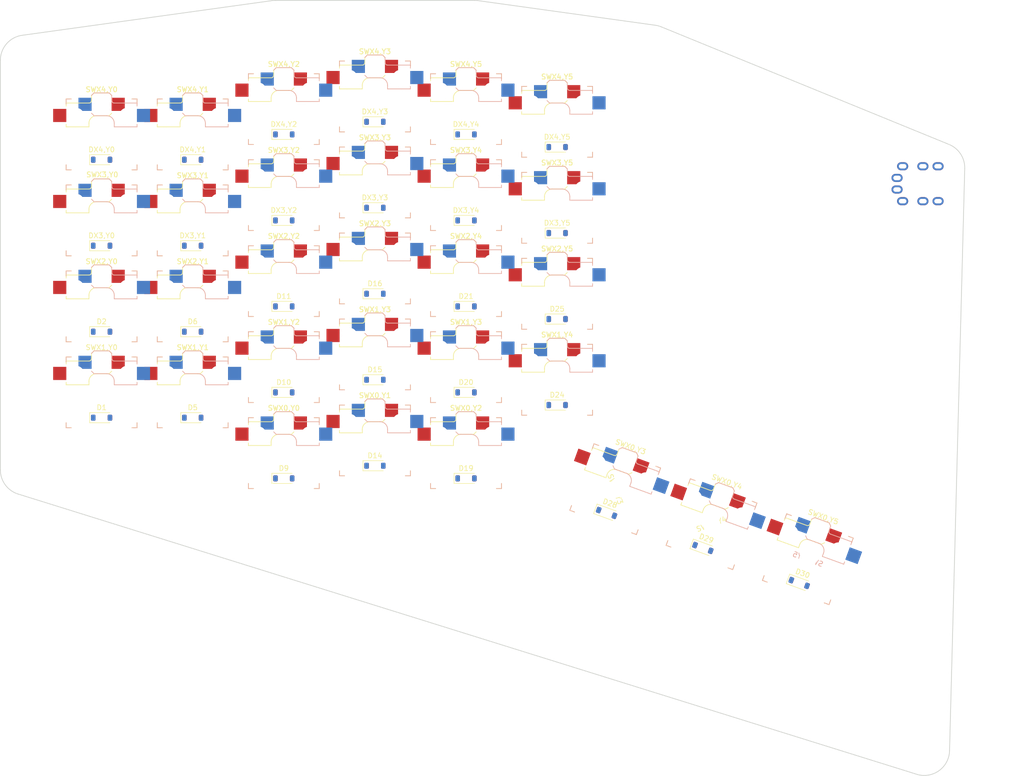
<source format=kicad_pcb>
(kicad_pcb (version 20240108) (generator "pcbnew") (generator_version "8.0")
  (layers (0 "F.Cu" signal) (31 "B.Cu" signal) (34 "B.Paste" user) (35 "F.Paste" user) (36 "B.SilkS" user "B.Silkscreen") (37 "F.SilkS" user "F.Silkscreen") (38 "B.Mask" user) (39 "F.Mask" user) (44 "Edge.Cuts" user))
  (net 0 "")
  (footprint "Custom:D_SOD-123_bothside" (layer "F.Cu") (at 135.23 98.12)
    (property "Reference" "DX3,Y2" (at 0 -2 0) (layer "F.SilkS"))
    (property "Value" "")
    (pad "1" smd roundrect (at -1.653356 0) (size 0.9 1.2) (layers "B.Cu" "B.Paste" "B.Mask"))
    (pad "1" smd roundrect (at -1.65 0) (size 0.9 1.2) (layers "F.Cu" "F.Paste" "F.Mask"))
    (pad "2" smd roundrect (at 1.649709 0) (size 0.9 1.2) (layers "B.Cu" "B.Paste" "B.Mask"))
    (pad "2" smd roundrect (at 1.65 0) (size 0.9 1.2) (layers "F.Cu" "F.Paste" "F.Mask"))
  )
  (footprint "Custom:D_SOD-123_bothside" (layer "F.Cu") (at 189.23 134.62)
    (property "Reference" "D24" (at 0 -2 0) (layer "F.SilkS"))
    (property "Value" "")
    (pad "1" smd roundrect (at -1.653356 0) (size 0.9 1.2) (layers "B.Cu" "B.Paste" "B.Mask"))
    (pad "1" smd roundrect (at -1.65 0) (size 0.9 1.2) (layers "F.Cu" "F.Paste" "F.Mask"))
    (pad "2" smd roundrect (at 1.649709 0) (size 0.9 1.2) (layers "B.Cu" "B.Paste" "B.Mask"))
    (pad "2" smd roundrect (at 1.65 0) (size 0.9 1.2) (layers "F.Cu" "F.Paste" "F.Mask"))
  )
  (footprint "keyswitches.pretty-master:Kailh_socket_PG1350_optional_reversible" (layer "F.Cu") (at 99.23 132.12)
    (property "Reference" "SWX1,Y0" (hide yes))
    (property "Value" "")
    (fp_text user "${REFERENCE}" (at 0 -8.89 -0) (layer "F.SilkS"))
    (pad "" np_thru_hole circle (at -5.5 0) (size 1.7018 1.7018) (drill 1.7018) (layers "*.Cu" "*.Mask"))
    (pad "" np_thru_hole circle (at -5 -3.75) (size 3 3) (drill 3) (layers "*.Cu" "*.Mask"))
    (pad "" np_thru_hole circle (at 0 -5.95) (size 3 3) (drill 3) (layers "*.Cu" "*.Mask"))
    (pad "" np_thru_hole circle (at 0 0) (size 3.429 3.429) (drill 3.429) (layers "*.Cu" "*.Mask"))
    (pad "" np_thru_hole circle (at 5 -3.75) (size 3 3) (drill 3) (layers "*.Cu" "*.Mask"))
    (pad "" np_thru_hole circle (at 5.5 0) (size 1.7018 1.7018) (drill 1.7018) (layers "*.Cu" "*.Mask"))
    (pad "1" smd rect (at -3.275 -5.95) (size 2.6 2.6) (layers "B.Cu" "B.Paste" "B.Mask"))
    (pad "1" smd rect (at 3.275 -5.95) (size 2.6 2.6) (layers "F.Cu" "F.Paste" "F.Mask"))
    (pad "2" smd rect (at -8.275 -3.75) (size 2.6 2.6) (layers "F.Cu" "F.Paste" "F.Mask"))
    (pad "2" smd rect (at 8.275 -3.75) (size 2.6 2.6) (layers "B.Cu" "B.Paste" "B.Mask"))
  )
  (footprint "Custom:D_SOD-123_bothside" (layer "F.Cu") (at 153.23 95.62)
    (property "Reference" "DX3,Y3" (at 0 -2 0) (layer "F.SilkS"))
    (property "Value" "")
    (pad "1" smd roundrect (at -1.653356 0) (size 0.9 1.2) (layers "B.Cu" "B.Paste" "B.Mask"))
    (pad "1" smd roundrect (at -1.65 0) (size 0.9 1.2) (layers "F.Cu" "F.Paste" "F.Mask"))
    (pad "2" smd roundrect (at 1.649709 0) (size 0.9 1.2) (layers "B.Cu" "B.Paste" "B.Mask"))
    (pad "2" smd roundrect (at 1.65 0) (size 0.9 1.2) (layers "F.Cu" "F.Paste" "F.Mask"))
  )
  (footprint "keyswitches.pretty-master:Kailh_socket_PG1350_optional_reversible" (layer "F.Cu") (at 99.23 81.12)
    (property "Reference" "SWX4,Y0" (at 0 -8.89 0) (layer "F.SilkS"))
    (property "Value" "")
    (fp_text user "${REFERENCE}" (at 0 -8.89 -0) (layer "F.SilkS"))
    (pad "" np_thru_hole circle (at -5.5 0) (size 1.7018 1.7018) (drill 1.7018) (layers "*.Cu" "*.Mask"))
    (pad "" np_thru_hole circle (at -5 -3.75) (size 3 3) (drill 3) (layers "*.Cu" "*.Mask"))
    (pad "" np_thru_hole circle (at 0 -5.95) (size 3 3) (drill 3) (layers "*.Cu" "*.Mask"))
    (pad "" np_thru_hole circle (at 0 0) (size 3.429 3.429) (drill 3.429) (layers "*.Cu" "*.Mask"))
    (pad "" np_thru_hole circle (at 5 -3.75) (size 3 3) (drill 3) (layers "*.Cu" "*.Mask"))
    (pad "" np_thru_hole circle (at 5.5 0) (size 1.7018 1.7018) (drill 1.7018) (layers "*.Cu" "*.Mask"))
    (pad "1" smd rect (at -3.275 -5.95) (size 2.6 2.6) (layers "B.Cu" "B.Paste" "B.Mask"))
    (pad "1" smd rect (at 3.275 -5.95) (size 2.6 2.6) (layers "F.Cu" "F.Paste" "F.Mask"))
    (pad "2" smd rect (at -8.275 -3.75) (size 2.6 2.6) (layers "F.Cu" "F.Paste" "F.Mask"))
    (pad "2" smd rect (at 8.275 -3.75) (size 2.6 2.6) (layers "B.Cu" "B.Paste" "B.Mask"))
  )
  (footprint "keyswitches.pretty-master:Kailh_socket_PG1350_optional_reversible" (layer "F.Cu") (at 189.23 129.62)
    (property "Reference" "SWX1,Y4" (at 0 -8.89 0) (layer "F.SilkS"))
    (property "Value" "")
    (fp_text user "${REFERENCE}" (at 0 -8.89 -0) (layer "F.SilkS"))
    (pad "" np_thru_hole circle (at -5.5 0) (size 1.7018 1.7018) (drill 1.7018) (layers "*.Cu" "*.Mask"))
    (pad "" np_thru_hole circle (at -5 -3.75) (size 3 3) (drill 3) (layers "*.Cu" "*.Mask"))
    (pad "" np_thru_hole circle (at 0 -5.95) (size 3 3) (drill 3) (layers "*.Cu" "*.Mask"))
    (pad "" np_thru_hole circle (at 0 0) (size 3.429 3.429) (drill 3.429) (layers "*.Cu" "*.Mask"))
    (pad "" np_thru_hole circle (at 5 -3.75) (size 3 3) (drill 3) (layers "*.Cu" "*.Mask"))
    (pad "" np_thru_hole circle (at 5.5 0) (size 1.7018 1.7018) (drill 1.7018) (layers "*.Cu" "*.Mask"))
    (pad "1" smd rect (at -3.275 -5.95) (size 2.6 2.6) (layers "B.Cu" "B.Paste" "B.Mask"))
    (pad "1" smd rect (at 3.275 -5.95) (size 2.6 2.6) (layers "F.Cu" "F.Paste" "F.Mask"))
    (pad "2" smd rect (at -8.275 -3.75) (size 2.6 2.6) (layers "F.Cu" "F.Paste" "F.Mask"))
    (pad "2" smd rect (at 8.275 -3.75) (size 2.6 2.6) (layers "B.Cu" "B.Paste" "B.Mask"))
  )
  (footprint "keyswitches.pretty-master:Kailh_socket_PG1350_optional_reversible" (layer "F.Cu") (at 171.23 127.12)
    (property "Reference" "SWX1,Y3" (at 0 -8.89 0) (layer "F.SilkS"))
    (property "Value" "")
    (fp_text user "${REFERENCE}" (at 0 -8.89 -0) (layer "F.SilkS"))
    (pad "" np_thru_hole circle (at -5.5 0) (size 1.7018 1.7018) (drill 1.7018) (layers "*.Cu" "*.Mask"))
    (pad "" np_thru_hole circle (at -5 -3.75) (size 3 3) (drill 3) (layers "*.Cu" "*.Mask"))
    (pad "" np_thru_hole circle (at 0 -5.95) (size 3 3) (drill 3) (layers "*.Cu" "*.Mask"))
    (pad "" np_thru_hole circle (at 0 0) (size 3.429 3.429) (drill 3.429) (layers "*.Cu" "*.Mask"))
    (pad "" np_thru_hole circle (at 5 -3.75) (size 3 3) (drill 3) (layers "*.Cu" "*.Mask"))
    (pad "" np_thru_hole circle (at 5.5 0) (size 1.7018 1.7018) (drill 1.7018) (layers "*.Cu" "*.Mask"))
    (pad "1" smd rect (at -3.275 -5.95) (size 2.6 2.6) (layers "B.Cu" "B.Paste" "B.Mask"))
    (pad "1" smd rect (at 3.275 -5.95) (size 2.6 2.6) (layers "F.Cu" "F.Paste" "F.Mask"))
    (pad "2" smd rect (at -8.275 -3.75) (size 2.6 2.6) (layers "F.Cu" "F.Paste" "F.Mask"))
    (pad "2" smd rect (at 8.275 -3.75) (size 2.6 2.6) (layers "B.Cu" "B.Paste" "B.Mask"))
  )
  (footprint "Custom:D_SOD-123_bothside" (layer "F.Cu") (at 135.23 115.12)
    (property "Reference" "D11" (at 0 -2 0) (layer "F.SilkS"))
    (property "Value" "")
    (pad "1" smd roundrect (at -1.653356 0) (size 0.9 1.2) (layers "B.Cu" "B.Paste" "B.Mask"))
    (pad "1" smd roundrect (at -1.65 0) (size 0.9 1.2) (layers "F.Cu" "F.Paste" "F.Mask"))
    (pad "2" smd roundrect (at 1.649709 0) (size 0.9 1.2) (layers "B.Cu" "B.Paste" "B.Mask"))
    (pad "2" smd roundrect (at 1.65 0) (size 0.9 1.2) (layers "F.Cu" "F.Paste" "F.Mask"))
  )
  (footprint "keyswitches.pretty-master:Kailh_socket_PG1350_optional_reversible" (layer "F.Cu") (at 200.702449 151.248184 -20)
    (property "Reference" "SWX0,Y3" (at 0 -8.89 340) (layer "F.SilkS"))
    (property "Value" "")
    (fp_text user "${REFERENCE}" (at 0 0 -70) (layer "F.SilkS"))
    (pad "" np_thru_hole circle (at -5.5 0 340) (size 1.7018 1.7018) (drill 1.7018) (layers "*.Cu" "*.Mask"))
    (pad "" np_thru_hole circle (at -5 -3.75 340) (size 3 3) (drill 3) (layers "*.Cu" "*.Mask"))
    (pad "" np_thru_hole circle (at 0 -5.95 340) (size 3 3) (drill 3) (layers "*.Cu" "*.Mask"))
    (pad "" np_thru_hole circle (at 0 0 340) (size 3.429 3.429) (drill 3.429) (layers "*.Cu" "*.Mask"))
    (pad "" np_thru_hole circle (at 5 -3.75 340) (size 3 3) (drill 3) (layers "*.Cu" "*.Mask"))
    (pad "" np_thru_hole circle (at 5.5 0 340) (size 1.7018 1.7018) (drill 1.7018) (layers "*.Cu" "*.Mask"))
    (pad "1" smd rect (at -3.275 -5.95 340) (size 2.6 2.6) (layers "B.Cu" "B.Paste" "B.Mask"))
    (pad "1" smd rect (at 3.275 -5.95 340) (size 2.6 2.6) (layers "F.Cu" "F.Paste" "F.Mask"))
    (pad "2" smd rect (at -8.275 -3.75 340) (size 2.6 2.6) (layers "F.Cu" "F.Paste" "F.Mask"))
    (pad "2" smd rect (at 8.275 -3.75 340) (size 2.6 2.6) (layers "B.Cu" "B.Paste" "B.Mask"))
  )
  (footprint "Custom:D_SOD-123_bothside" (layer "F.Cu") (at 99.23 137.12)
    (property "Reference" "D1" (at 0 -2 0) (layer "F.SilkS"))
    (property "Value" "")
    (pad "1" smd roundrect (at -1.653356 0) (size 0.9 1.2) (layers "B.Cu" "B.Paste" "B.Mask"))
    (pad "1" smd roundrect (at -1.65 0) (size 0.9 1.2) (layers "F.Cu" "F.Paste" "F.Mask"))
    (pad "2" smd roundrect (at 1.649709 0) (size 0.9 1.2) (layers "B.Cu" "B.Paste" "B.Mask"))
    (pad "2" smd roundrect (at 1.65 0) (size 0.9 1.2) (layers "F.Cu" "F.Paste" "F.Mask"))
  )
  (footprint "keyswitches.pretty-master:Kailh_socket_PG1350_optional_reversible" (layer "F.Cu") (at 117.23 98.12)
    (property "Reference" "SWX3,Y1" (at 0 -8.89 0) (layer "F.SilkS"))
    (property "Value" "")
    (fp_text user "${REFERENCE}" (at 0 -8.89 -0) (layer "F.SilkS"))
    (pad "" np_thru_hole circle (at -5.5 0) (size 1.7018 1.7018) (drill 1.7018) (layers "*.Cu" "*.Mask"))
    (pad "" np_thru_hole circle (at -5 -3.75) (size 3 3) (drill 3) (layers "*.Cu" "*.Mask"))
    (pad "" np_thru_hole circle (at 0 -5.95) (size 3 3) (drill 3) (layers "*.Cu" "*.Mask"))
    (pad "" np_thru_hole circle (at 0 0) (size 3.429 3.429) (drill 3.429) (layers "*.Cu" "*.Mask"))
    (pad "" np_thru_hole circle (at 5 -3.75) (size 3 3) (drill 3) (layers "*.Cu" "*.Mask"))
    (pad "" np_thru_hole circle (at 5.5 0) (size 1.7018 1.7018) (drill 1.7018) (layers "*.Cu" "*.Mask"))
    (pad "1" smd rect (at -3.275 -5.95) (size 2.6 2.6) (layers "B.Cu" "B.Paste" "B.Mask"))
    (pad "1" smd rect (at 3.275 -5.95) (size 2.6 2.6) (layers "F.Cu" "F.Paste" "F.Mask"))
    (pad "2" smd rect (at -8.275 -3.75) (size 2.6 2.6) (layers "F.Cu" "F.Paste" "F.Mask"))
    (pad "2" smd rect (at 8.275 -3.75) (size 2.6 2.6) (layers "B.Cu" "B.Paste" "B.Mask"))
  )
  (footprint "Custom:D_SOD-123_bothside" (layer "F.Cu") (at 135.23 81.12)
    (property "Reference" "DX4,Y2" (at 0 -2 0) (layer "F.SilkS"))
    (property "Value" "")
    (pad "1" smd roundrect (at -1.653356 0) (size 0.9 1.2) (layers "B.Cu" "B.Paste" "B.Mask"))
    (pad "1" smd roundrect (at -1.65 0) (size 0.9 1.2) (layers "F.Cu" "F.Paste" "F.Mask"))
    (pad "2" smd roundrect (at 1.649709 0) (size 0.9 1.2) (layers "B.Cu" "B.Paste" "B.Mask"))
    (pad "2" smd roundrect (at 1.65 0) (size 0.9 1.2) (layers "F.Cu" "F.Paste" "F.Mask"))
  )
  (footprint "Custom:D_SOD-123_bothside" (layer "F.Cu") (at 153.23 78.62)
    (property "Reference" "DX4,Y3" (at 0 -2 0) (layer "F.SilkS"))
    (property "Value" "")
    (pad "1" smd roundrect (at -1.653356 0) (size 0.9 1.2) (layers "B.Cu" "B.Paste" "B.Mask"))
    (pad "1" smd roundrect (at -1.65 0) (size 0.9 1.2) (layers "F.Cu" "F.Paste" "F.Mask"))
    (pad "2" smd roundrect (at 1.649709 0) (size 0.9 1.2) (layers "B.Cu" "B.Paste" "B.Mask"))
    (pad "2" smd roundrect (at 1.65 0) (size 0.9 1.2) (layers "F.Cu" "F.Paste" "F.Mask"))
  )
  (footprint "Custom:D_SOD-123_bothside" (layer "F.Cu") (at 171.23 98.12)
    (property "Reference" "DX3,Y4" (at 0 -2 0) (layer "F.SilkS"))
    (property "Value" "")
    (pad "1" smd roundrect (at -1.653356 0) (size 0.9 1.2) (layers "B.Cu" "B.Paste" "B.Mask"))
    (pad "1" smd roundrect (at -1.65 0) (size 0.9 1.2) (layers "F.Cu" "F.Paste" "F.Mask"))
    (pad "2" smd roundrect (at 1.649709 0) (size 0.9 1.2) (layers "B.Cu" "B.Paste" "B.Mask"))
    (pad "2" smd roundrect (at 1.65 0) (size 0.9 1.2) (layers "F.Cu" "F.Paste" "F.Mask"))
  )
  (footprint "Custom:D_SOD-123_bothside" (layer "F.Cu") (at 237.049899 169.798463 -20)
    (property "Reference" "D30" (at 0 -2 -20) (layer "F.SilkS"))
    (property "Value" "")
    (pad "1" smd roundrect (at -1.653356 0 340) (size 0.9 1.2) (layers "B.Cu" "B.Paste" "B.Mask"))
    (pad "1" smd roundrect (at -1.65 0 340) (size 0.9 1.2) (layers "F.Cu" "F.Paste" "F.Mask"))
    (pad "2" smd roundrect (at 1.649709 0 340) (size 0.9 1.2) (layers "B.Cu" "B.Paste" "B.Mask"))
    (pad "2" smd roundrect (at 1.65 0 340) (size 0.9 1.2) (layers "F.Cu" "F.Paste" "F.Mask"))
  )
  (footprint "Custom:D_SOD-123_bothside" (layer "F.Cu") (at 117.23 137.12)
    (property "Reference" "D5" (at 0 -2 0) (layer "F.SilkS"))
    (property "Value" "")
    (pad "1" smd roundrect (at -1.653356 0) (size 0.9 1.2) (layers "B.Cu" "B.Paste" "B.Mask"))
    (pad "1" smd roundrect (at -1.65 0) (size 0.9 1.2) (layers "F.Cu" "F.Paste" "F.Mask"))
    (pad "2" smd roundrect (at 1.649709 0) (size 0.9 1.2) (layers "B.Cu" "B.Paste" "B.Mask"))
    (pad "2" smd roundrect (at 1.65 0) (size 0.9 1.2) (layers "F.Cu" "F.Paste" "F.Mask"))
  )
  (footprint "Custom:D_SOD-123_bothside" (layer "F.Cu") (at 218.021124 162.872555 -20)
    (property "Reference" "D29" (at 0 -2 -20) (layer "F.SilkS"))
    (property "Value" "")
    (pad "1" smd roundrect (at -1.653356 0 340) (size 0.9 1.2) (layers "B.Cu" "B.Paste" "B.Mask"))
    (pad "1" smd roundrect (at -1.65 0 340) (size 0.9 1.2) (layers "F.Cu" "F.Paste" "F.Mask"))
    (pad "2" smd roundrect (at 1.649709 0 340) (size 0.9 1.2) (layers "B.Cu" "B.Paste" "B.Mask"))
    (pad "2" smd roundrect (at 1.65 0 340) (size 0.9 1.2) (layers "F.Cu" "F.Paste" "F.Mask"))
  )
  (footprint "Custom:D_SOD-123_bothside" (layer "F.Cu") (at 153.23 129.62)
    (property "Reference" "D15" (at 0 -2 0) (layer "F.SilkS"))
    (property "Value" "")
    (pad "1" smd roundrect (at -1.653356 0) (size 0.9 1.2) (layers "B.Cu" "B.Paste" "B.Mask"))
    (pad "1" smd roundrect (at -1.65 0) (size 0.9 1.2) (layers "F.Cu" "F.Paste" "F.Mask"))
    (pad "2" smd roundrect (at 1.649709 0) (size 0.9 1.2) (layers "B.Cu" "B.Paste" "B.Mask"))
    (pad "2" smd roundrect (at 1.65 0) (size 0.9 1.2) (layers "F.Cu" "F.Paste" "F.Mask"))
  )
  (footprint "Custom:D_SOD-123_bothside" (layer "F.Cu") (at 117.23 86.12)
    (property "Reference" "DX4,Y1" (at 0 -2 0) (layer "F.SilkS"))
    (property "Value" "")
    (pad "1" smd roundrect (at -1.653356 0) (size 0.9 1.2) (layers "B.Cu" "B.Paste" "B.Mask"))
    (pad "1" smd roundrect (at -1.65 0) (size 0.9 1.2) (layers "F.Cu" "F.Paste" "F.Mask"))
    (pad "2" smd roundrect (at 1.649709 0) (size 0.9 1.2) (layers "B.Cu" "B.Paste" "B.Mask"))
    (pad "2" smd roundrect (at 1.65 0) (size 0.9 1.2) (layers "F.Cu" "F.Paste" "F.Mask"))
  )
  (footprint "keyswitches.pretty-master:Kailh_socket_PG1350_optional_reversible" (layer "F.Cu") (at 135.23 93.12)
    (property "Reference" "SWX3,Y2" (at 0 -8.89 0) (layer "F.SilkS"))
    (property "Value" "")
    (fp_text user "${REFERENCE}" (at 0 -8.89 -0) (layer "F.SilkS"))
    (pad "" np_thru_hole circle (at -5.5 0) (size 1.7018 1.7018) (drill 1.7018) (layers "*.Cu" "*.Mask"))
    (pad "" np_thru_hole circle (at -5 -3.75) (size 3 3) (drill 3) (layers "*.Cu" "*.Mask"))
    (pad "" np_thru_hole circle (at 0 -5.95) (size 3 3) (drill 3) (layers "*.Cu" "*.Mask"))
    (pad "" np_thru_hole circle (at 0 0) (size 3.429 3.429) (drill 3.429) (layers "*.Cu" "*.Mask"))
    (pad "" np_thru_hole circle (at 5 -3.75) (size 3 3) (drill 3) (layers "*.Cu" "*.Mask"))
    (pad "" np_thru_hole circle (at 5.5 0) (size 1.7018 1.7018) (drill 1.7018) (layers "*.Cu" "*.Mask"))
    (pad "1" smd rect (at -3.275 -5.95) (size 2.6 2.6) (layers "B.Cu" "B.Paste" "B.Mask"))
    (pad "1" smd rect (at 3.275 -5.95) (size 2.6 2.6) (layers "F.Cu" "F.Paste" "F.Mask"))
    (pad "2" smd rect (at -8.275 -3.75) (size 2.6 2.6) (layers "F.Cu" "F.Paste" "F.Mask"))
    (pad "2" smd rect (at 8.275 -3.75) (size 2.6 2.6) (layers "B.Cu" "B.Paste" "B.Mask"))
  )
  (footprint "keyswitches.pretty-master:Kailh_socket_PG1350_optional_reversible" (layer "F.Cu") (at 153.23 73.62)
    (property "Reference" "SWX4,Y3" (at 0 -8.89 0) (layer "F.SilkS"))
    (property "Value" "")
    (fp_text user "${REFERENCE}" (at 0 -8.89 -0) (layer "F.SilkS"))
    (pad "" np_thru_hole circle (at -5.5 0) (size 1.7018 1.7018) (drill 1.7018) (layers "*.Cu" "*.Mask"))
    (pad "" np_thru_hole circle (at -5 -3.75) (size 3 3) (drill 3) (layers "*.Cu" "*.Mask"))
    (pad "" np_thru_hole circle (at 0 -5.95) (size 3 3) (drill 3) (layers "*.Cu" "*.Mask"))
    (pad "" np_thru_hole circle (at 0 0) (size 3.429 3.429) (drill 3.429) (layers "*.Cu" "*.Mask"))
    (pad "" np_thru_hole circle (at 5 -3.75) (size 3 3) (drill 3) (layers "*.Cu" "*.Mask"))
    (pad "" np_thru_hole circle (at 5.5 0) (size 1.7018 1.7018) (drill 1.7018) (layers "*.Cu" "*.Mask"))
    (pad "1" smd rect (at -3.275 -5.95) (size 2.6 2.6) (layers "B.Cu" "B.Paste" "B.Mask"))
    (pad "1" smd rect (at 3.275 -5.95) (size 2.6 2.6) (layers "F.Cu" "F.Paste" "F.Mask"))
    (pad "2" smd rect (at -8.275 -3.75) (size 2.6 2.6) (layers "F.Cu" "F.Paste" "F.Mask"))
    (pad "2" smd rect (at 8.275 -3.75) (size 2.6 2.6) (layers "B.Cu" "B.Paste" "B.Mask"))
  )
  (footprint "Custom:D_SOD-123_bothside" (layer "F.Cu") (at 171.23 115.12)
    (property "Reference" "D21" (at 0 -2 0) (layer "F.SilkS"))
    (property "Value" "")
    (pad "1" smd roundrect (at -1.653356 0) (size 0.9 1.2) (layers "B.Cu" "B.Paste" "B.Mask"))
    (pad "1" smd roundrect (at -1.65 0) (size 0.9 1.2) (layers "F.Cu" "F.Paste" "F.Mask"))
    (pad "2" smd roundrect (at 1.649709 0) (size 0.9 1.2) (layers "B.Cu" "B.Paste" "B.Mask"))
    (pad "2" smd roundrect (at 1.65 0) (size 0.9 1.2) (layers "F.Cu" "F.Paste" "F.Mask"))
  )
  (footprint "keyswitches.pretty-master:Kailh_socket_PG1350_optional_reversible" (layer "F.Cu") (at 135.23 110.12)
    (property "Reference" "SWX2,Y2" (at 0 -8.89 0) (layer "F.SilkS"))
    (property "Value" "")
    (fp_text user "${REFERENCE}" (at 0 -8.89 -0) (layer "F.SilkS"))
    (pad "" np_thru_hole circle (at -5.5 0) (size 1.7018 1.7018) (drill 1.7018) (layers "*.Cu" "*.Mask"))
    (pad "" np_thru_hole circle (at -5 -3.75) (size 3 3) (drill 3) (layers "*.Cu" "*.Mask"))
    (pad "" np_thru_hole circle (at 0 -5.95) (size 3 3) (drill 3) (layers "*.Cu" "*.Mask"))
    (pad "" np_thru_hole circle (at 0 0) (size 3.429 3.429) (drill 3.429) (layers "*.Cu" "*.Mask"))
    (pad "" np_thru_hole circle (at 5 -3.75) (size 3 3) (drill 3) (layers "*.Cu" "*.Mask"))
    (pad "" np_thru_hole circle (at 5.5 0) (size 1.7018 1.7018) (drill 1.7018) (layers "*.Cu" "*.Mask"))
    (pad "1" smd rect (at -3.275 -5.95) (size 2.6 2.6) (layers "B.Cu" "B.Paste" "B.Mask"))
    (pad "1" smd rect (at 3.275 -5.95) (size 2.6 2.6) (layers "F.Cu" "F.Paste" "F.Mask"))
    (pad "2" smd rect (at -8.275 -3.75) (size 2.6 2.6) (layers "F.Cu" "F.Paste" "F.Mask"))
    (pad "2" smd rect (at 8.275 -3.75) (size 2.6 2.6) (layers "B.Cu" "B.Paste" "B.Mask"))
  )
  (footprint "Custom:D_SOD-123_bothside" (layer "F.Cu") (at 189.23 83.62)
    (property "Reference" "DX4,Y5" (at 0 -2 0) (layer "F.SilkS"))
    (property "Value" "")
    (pad "1" smd roundrect (at -1.653356 0) (size 0.9 1.2) (layers "B.Cu" "B.Paste" "B.Mask"))
    (pad "1" smd roundrect (at -1.65 0) (size 0.9 1.2) (layers "F.Cu" "F.Paste" "F.Mask"))
    (pad "2" smd roundrect (at 1.649709 0) (size 0.9 1.2) (layers "B.Cu" "B.Paste" "B.Mask"))
    (pad "2" smd roundrect (at 1.65 0) (size 0.9 1.2) (layers "F.Cu" "F.Paste" "F.Mask"))
  )
  (footprint "keyswitches.pretty-master:Kailh_socket_PG1350_optional_reversible" (layer "F.Cu") (at 135.23 144.12)
    (property "Reference" "SWX0,Y0" (at 0 -8.89 0) (layer "F.SilkS"))
    (property "Value" "")
    (fp_text user "${REFERENCE}" (at 0 -8.89 -0) (layer "F.SilkS"))
    (pad "" np_thru_hole circle (at -5.5 0) (size 1.7018 1.7018) (drill 1.7018) (layers "*.Cu" "*.Mask"))
    (pad "" np_thru_hole circle (at -5 -3.75) (size 3 3) (drill 3) (layers "*.Cu" "*.Mask"))
    (pad "" np_thru_hole circle (at 0 -5.95) (size 3 3) (drill 3) (layers "*.Cu" "*.Mask"))
    (pad "" np_thru_hole circle (at 0 0) (size 3.429 3.429) (drill 3.429) (layers "*.Cu" "*.Mask"))
    (pad "" np_thru_hole circle (at 5 -3.75) (size 3 3) (drill 3) (layers "*.Cu" "*.Mask"))
    (pad "" np_thru_hole circle (at 5.5 0) (size 1.7018 1.7018) (drill 1.7018) (layers "*.Cu" "*.Mask"))
    (pad "1" smd rect (at -3.275 -5.95) (size 2.6 2.6) (layers "B.Cu" "B.Paste" "B.Mask"))
    (pad "1" smd rect (at 3.275 -5.95) (size 2.6 2.6) (layers "F.Cu" "F.Paste" "F.Mask"))
    (pad "2" smd rect (at -8.275 -3.75) (size 2.6 2.6) (layers "F.Cu" "F.Paste" "F.Mask"))
    (pad "2" smd rect (at 8.275 -3.75) (size 2.6 2.6) (layers "B.Cu" "B.Paste" "B.Mask"))
  )
  (footprint "Custom:D_SOD-123_bothside" (layer "F.Cu") (at 171.23 132.12)
    (property "Reference" "D20" (at 0 -2 0) (layer "F.SilkS"))
    (property "Value" "")
    (pad "1" smd roundrect (at -1.653356 0) (size 0.9 1.2) (layers "B.Cu" "B.Paste" "B.Mask"))
    (pad "1" smd roundrect (at -1.65 0) (size 0.9 1.2) (layers "F.Cu" "F.Paste" "F.Mask"))
    (pad "2" smd roundrect (at 1.649709 0) (size 0.9 1.2) (layers "B.Cu" "B.Paste" "B.Mask"))
    (pad "2" smd roundrect (at 1.65 0) (size 0.9 1.2) (layers "F.Cu" "F.Paste" "F.Mask"))
  )
  (footprint "Custom:D_SOD-123_bothside" (layer "F.Cu") (at 99.23 103.12)
    (property "Reference" "DX3,Y0" (at 0 -2 0) (layer "F.SilkS"))
    (property "Value" "")
    (pad "1" smd roundrect (at -1.653356 0) (size 0.9 1.2) (layers "B.Cu" "B.Paste" "B.Mask"))
    (pad "1" smd roundrect (at -1.65 0) (size 0.9 1.2) (layers "F.Cu" "F.Paste" "F.Mask"))
    (pad "2" smd roundrect (at 1.649709 0) (size 0.9 1.2) (layers "B.Cu" "B.Paste" "B.Mask"))
    (pad "2" smd roundrect (at 1.65 0) (size 0.9 1.2) (layers "F.Cu" "F.Paste" "F.Mask"))
  )
  (footprint "keyswitches.pretty-master:Kailh_socket_PG1350_optional_reversible" (layer "F.Cu") (at 171.23 93.12)
    (property "Reference" "SWX3,Y4" (at 0 -8.89 0) (layer "F.SilkS"))
    (property "Value" "")
    (fp_text user "${REFERENCE}" (at 0 -8.89 -0) (layer "F.SilkS"))
    (pad "" np_thru_hole circle (at -5.5 0) (size 1.7018 1.7018) (drill 1.7018) (layers "*.Cu" "*.Mask"))
    (pad "" np_thru_hole circle (at -5 -3.75) (size 3 3) (drill 3) (layers "*.Cu" "*.Mask"))
    (pad "" np_thru_hole circle (at 0 -5.95) (size 3 3) (drill 3) (layers "*.Cu" "*.Mask"))
    (pad "" np_thru_hole circle (at 0 0) (size 3.429 3.429) (drill 3.429) (layers "*.Cu" "*.Mask"))
    (pad "" np_thru_hole circle (at 5 -3.75) (size 3 3) (drill 3) (layers "*.Cu" "*.Mask"))
    (pad "" np_thru_hole circle (at 5.5 0) (size 1.7018 1.7018) (drill 1.7018) (layers "*.Cu" "*.Mask"))
    (pad "1" smd rect (at -3.275 -5.95) (size 2.6 2.6) (layers "B.Cu" "B.Paste" "B.Mask"))
    (pad "1" smd rect (at 3.275 -5.95) (size 2.6 2.6) (layers "F.Cu" "F.Paste" "F.Mask"))
    (pad "2" smd rect (at -8.275 -3.75) (size 2.6 2.6) (layers "F.Cu" "F.Paste" "F.Mask"))
    (pad "2" smd rect (at 8.275 -3.75) (size 2.6 2.6) (layers "B.Cu" "B.Paste" "B.Mask"))
  )
  (footprint "keyswitches.pretty-master:Kailh_socket_PG1350_optional_reversible" (layer "F.Cu") (at 189.23 112.62)
    (property "Reference" "SWX2,Y5" (at 0 -8.89 0) (layer "F.SilkS"))
    (property "Value" "")
    (fp_text user "${REFERENCE}" (at 0 -8.89 -0) (layer "F.SilkS"))
    (pad "" np_thru_hole circle (at -5.5 0) (size 1.7018 1.7018) (drill 1.7018) (layers "*.Cu" "*.Mask"))
    (pad "" np_thru_hole circle (at -5 -3.75) (size 3 3) (drill 3) (layers "*.Cu" "*.Mask"))
    (pad "" np_thru_hole circle (at 0 -5.95) (size 3 3) (drill 3) (layers "*.Cu" "*.Mask"))
    (pad "" np_thru_hole circle (at 0 0) (size 3.429 3.429) (drill 3.429) (layers "*.Cu" "*.Mask"))
    (pad "" np_thru_hole circle (at 5 -3.75) (size 3 3) (drill 3) (layers "*.Cu" "*.Mask"))
    (pad "" np_thru_hole circle (at 5.5 0) (size 1.7018 1.7018) (drill 1.7018) (layers "*.Cu" "*.Mask"))
    (pad "1" smd rect (at -3.275 -5.95) (size 2.6 2.6) (layers "B.Cu" "B.Paste" "B.Mask"))
    (pad "1" smd rect (at 3.275 -5.95) (size 2.6 2.6) (layers "F.Cu" "F.Paste" "F.Mask"))
    (pad "2" smd rect (at -8.275 -3.75) (size 2.6 2.6) (layers "F.Cu" "F.Paste" "F.Mask"))
    (pad "2" smd rect (at 8.275 -3.75) (size 2.6 2.6) (layers "B.Cu" "B.Paste" "B.Mask"))
  )
  (footprint "Custom:D_SOD-123_bothside" (layer "F.Cu") (at 117.23 103.12)
    (property "Reference" "DX3,Y1" (at 0 -2 0) (layer "F.SilkS"))
    (property "Value" "")
    (pad "1" smd roundrect (at -1.653356 0) (size 0.9 1.2) (layers "B.Cu" "B.Paste" "B.Mask"))
    (pad "1" smd roundrect (at -1.65 0) (size 0.9 1.2) (layers "F.Cu" "F.Paste" "F.Mask"))
    (pad "2" smd roundrect (at 1.649709 0) (size 0.9 1.2) (layers "B.Cu" "B.Paste" "B.Mask"))
    (pad "2" smd roundrect (at 1.65 0) (size 0.9 1.2) (layers "F.Cu" "F.Paste" "F.Mask"))
  )
  (footprint "TRRS-PJ-320A-dual" (layer "F.Cu") (at 267.688431 92.014821 -90)
    (property "Reference" "TRRS1")
    (property "Value" "TRRS-PJ-320A-dual")
    (pad "" np_thru_hole circle (at -2.3 1.6) (size 1.5 1.5) (drill 1.5) (layers "*.Cu" "*.Mask"))
    (pad "" np_thru_hole circle (at -2.3 8.6) (size 1.5 1.5) (drill 1.5) (layers "*.Cu" "*.Mask"))
    (pad "" np_thru_hole circle (at 0 1.6) (size 1.5 1.5) (drill 1.5) (layers "*.Cu" "*.Mask"))
    (pad "" np_thru_hole circle (at 0 8.6) (size 1.5 1.5) (drill 1.5) (layers "*.Cu" "*.Mask"))
    (pad "1" thru_hole oval (at -2.3 11.3 270) (size 1.6 2.2) (drill oval 0.9 1.5) (layers "*.Cu" "*.Mask"))
    (pad "1" thru_hole oval (at 0 11.3 270) (size 1.6 2.2) (drill oval 0.9 1.5) (layers "*.Cu" "*.Mask"))
    (pad "2" thru_hole oval (at -4.6 10.2 270) (size 1.6 2.2) (drill oval 0.9 1.5) (layers "*.Cu" "*.Mask"))
    (pad "2" thru_hole oval (at 2.3 10.2 270) (size 1.6 2.2) (drill oval 0.9 1.5) (layers "*.Cu" "*.Mask"))
    (pad "3" thru_hole oval (at -4.6 6.2 270) (size 1.6 2.2) (drill oval 0.9 1.5) (layers "*.Cu" "*.Mask"))
    (pad "3" thru_hole oval (at 2.3 6.2 270) (size 1.6 2.2) (drill oval 0.9 1.5) (layers "*.Cu" "*.Mask"))
    (pad "4" thru_hole oval (at -4.6 3.2 270) (size 1.6 2.2) (drill oval 0.9 1.5) (layers "*.Cu" "*.Mask"))
    (pad "4" thru_hole oval (at 2.3 3.2 270) (size 1.6 2.2) (drill oval 0.9 1.5) (layers "*.Cu" "*.Mask"))
  )
  (footprint "keyswitches.pretty-master:Kailh_socket_PG1350_optional_reversible" (layer "F.Cu") (at 117.23 115.12)
    (property "Reference" "SWX2,Y1" (at 0 -8.89 0) (layer "F.SilkS"))
    (property "Value" "")
    (fp_text user "${REFERENCE}" (at 0 -8.89 -0) (layer "F.SilkS"))
    (pad "" np_thru_hole circle (at -5.5 0) (size 1.7018 1.7018) (drill 1.7018) (layers "*.Cu" "*.Mask"))
    (pad "" np_thru_hole circle (at -5 -3.75) (size 3 3) (drill 3) (layers "*.Cu" "*.Mask"))
    (pad "" np_thru_hole circle (at 0 -5.95) (size 3 3) (drill 3) (layers "*.Cu" "*.Mask"))
    (pad "" np_thru_hole circle (at 0 0) (size 3.429 3.429) (drill 3.429) (layers "*.Cu" "*.Mask"))
    (pad "" np_thru_hole circle (at 5 -3.75) (size 3 3) (drill 3) (layers "*.Cu" "*.Mask"))
    (pad "" np_thru_hole circle (at 5.5 0) (size 1.7018 1.7018) (drill 1.7018) (layers "*.Cu" "*.Mask"))
    (pad "1" smd rect (at -3.275 -5.95) (size 2.6 2.6) (layers "B.Cu" "B.Paste" "B.Mask"))
    (pad "1" smd rect (at 3.275 -5.95) (size 2.6 2.6) (layers "F.Cu" "F.Paste" "F.Mask"))
    (pad "2" smd rect (at -8.275 -3.75) (size 2.6 2.6) (layers "F.Cu" "F.Paste" "F.Mask"))
    (pad "2" smd rect (at 8.275 -3.75) (size 2.6 2.6) (layers "B.Cu" "B.Paste" "B.Mask"))
  )
  (footprint "Custom:D_SOD-123_bothside" (layer "F.Cu") (at 198.992348 155.946647 -20)
    (property "Reference" "D28" (at 0 -2 -20) (layer "F.SilkS"))
    (property "Value" "")
    (pad "1" smd roundrect (at -1.653356 0 340) (size 0.9 1.2) (layers "B.Cu" "B.Paste" "B.Mask"))
    (pad "1" smd roundrect (at -1.65 0 340) (size 0.9 1.2) (layers "F.Cu" "F.Paste" "F.Mask"))
    (pad "2" smd roundrect (at 1.649709 0 340) (size 0.9 1.2) (layers "B.Cu" "B.Paste" "B.Mask"))
    (pad "2" smd roundrect (at 1.65 0 340) (size 0.9 1.2) (layers "F.Cu" "F.Paste" "F.Mask"))
  )
  (footprint "keyswitches.pretty-master:Kailh_socket_PG1350_optional_reversible" (layer "F.Cu") (at 153.23 124.62)
    (property "Reference" "SWX1,Y3" (at 0 -8.89 0) (layer "F.SilkS"))
    (property "Value" "")
    (fp_text user "${REFERENCE}" (at 0 -8.89 -0) (layer "F.SilkS"))
    (pad "" np_thru_hole circle (at -5.5 0) (size 1.7018 1.7018) (drill 1.7018) (layers "*.Cu" "*.Mask"))
    (pad "" np_thru_hole circle (at -5 -3.75) (size 3 3) (drill 3) (layers "*.Cu" "*.Mask"))
    (pad "" np_thru_hole circle (at 0 -5.95) (size 3 3) (drill 3) (layers "*.Cu" "*.Mask"))
    (pad "" np_thru_hole circle (at 0 0) (size 3.429 3.429) (drill 3.429) (layers "*.Cu" "*.Mask"))
    (pad "" np_thru_hole circle (at 5 -3.75) (size 3 3) (drill 3) (layers "*.Cu" "*.Mask"))
    (pad "" np_thru_hole circle (at 5.5 0) (size 1.7018 1.7018) (drill 1.7018) (layers "*.Cu" "*.Mask"))
    (pad "1" smd rect (at -3.275 -5.95) (size 2.6 2.6) (layers "B.Cu" "B.Paste" "B.Mask"))
    (pad "1" smd rect (at 3.275 -5.95) (size 2.6 2.6) (layers "F.Cu" "F.Paste" "F.Mask"))
    (pad "2" smd rect (at -8.275 -3.75) (size 2.6 2.6) (layers "F.Cu" "F.Paste" "F.Mask"))
    (pad "2" smd rect (at 8.275 -3.75) (size 2.6 2.6) (layers "B.Cu" "B.Paste" "B.Mask"))
  )
  (footprint "keyswitches.pretty-master:Kailh_socket_PG1350_optional_reversible" (layer "F.Cu") (at 238.76 165.1 -20)
    (property "Reference" "SWX0,Y5" (at 0 -8.89 160) (layer "F.SilkS"))
    (property "Value" "")
    (fp_text user "${REFERENCE}" (at 0 0 160) (layer "B.SilkS") (effects (justify mirror)))
    (pad "" np_thru_hole circle (at -5.5 0 340) (size 1.7018 1.7018) (drill 1.7018) (layers "*.Cu" "*.Mask"))
    (pad "" np_thru_hole circle (at -5 -3.75 340) (size 3 3) (drill 3) (layers "*.Cu" "*.Mask"))
    (pad "" np_thru_hole circle (at 0 -5.95 340) (size 3 3) (drill 3) (layers "*.Cu" "*.Mask"))
    (pad "" np_thru_hole circle (at 0 0 340) (size 3.429 3.429) (drill 3.429) (layers "*.Cu" "*.Mask"))
    (pad "" np_thru_hole circle (at 5 -3.75 340) (size 3 3) (drill 3) (layers "*.Cu" "*.Mask"))
    (pad "" np_thru_hole circle (at 5.5 0 340) (size 1.7018 1.7018) (drill 1.7018) (layers "*.Cu" "*.Mask"))
    (pad "1" smd rect (at -3.275 -5.95 340) (size 2.6 2.6) (layers "B.Cu" "B.Paste" "B.Mask"))
    (pad "1" smd rect (at 3.275 -5.95 340) (size 2.6 2.6) (layers "F.Cu" "F.Paste" "F.Mask"))
    (pad "2" smd rect (at -8.275 -3.75 340) (size 2.6 2.6) (layers "F.Cu" "F.Paste" "F.Mask"))
    (pad "2" smd rect (at 8.275 -3.75 340) (size 2.6 2.6) (layers "B.Cu" "B.Paste" "B.Mask"))
  )
  (footprint "Custom:D_SOD-123_bothside" (layer "F.Cu") (at 171.23 149.12)
    (property "Reference" "D19" (at 0 -2 0) (layer "F.SilkS"))
    (property "Value" "")
    (pad "1" smd roundrect (at -1.653356 0) (size 0.9 1.2) (layers "B.Cu" "B.Paste" "B.Mask"))
    (pad "1" smd roundrect (at -1.65 0) (size 0.9 1.2) (layers "F.Cu" "F.Paste" "F.Mask"))
    (pad "2" smd roundrect (at 1.649709 0) (size 0.9 1.2) (layers "B.Cu" "B.Paste" "B.Mask"))
    (pad "2" smd roundrect (at 1.65 0) (size 0.9 1.2) (layers "F.Cu" "F.Paste" "F.Mask"))
  )
  (footprint "keyswitches.pretty-master:Kailh_socket_PG1350_optional_reversible" (layer "F.Cu") (at 171.23 110.12)
    (property "Reference" "SWX2,Y4" (at 0 -8.89 0) (layer "F.SilkS"))
    (property "Value" "")
    (fp_text user "${REFERENCE}" (at 0 -8.89 -0) (layer "F.SilkS"))
    (pad "" np_thru_hole circle (at -5.5 0) (size 1.7018 1.7018) (drill 1.7018) (layers "*.Cu" "*.Mask"))
    (pad "" np_thru_hole circle (at -5 -3.75) (size 3 3) (drill 3) (layers "*.Cu" "*.Mask"))
    (pad "" np_thru_hole circle (at 0 -5.95) (size 3 3) (drill 3) (layers "*.Cu" "*.Mask"))
    (pad "" np_thru_hole circle (at 0 0) (size 3.429 3.429) (drill 3.429) (layers "*.Cu" "*.Mask"))
    (pad "" np_thru_hole circle (at 5 -3.75) (size 3 3) (drill 3) (layers "*.Cu" "*.Mask"))
    (pad "" np_thru_hole circle (at 5.5 0) (size 1.7018 1.7018) (drill 1.7018) (layers "*.Cu" "*.Mask"))
    (pad "1" smd rect (at -3.275 -5.95) (size 2.6 2.6) (layers "B.Cu" "B.Paste" "B.Mask"))
    (pad "1" smd rect (at 3.275 -5.95) (size 2.6 2.6) (layers "F.Cu" "F.Paste" "F.Mask"))
    (pad "2" smd rect (at -8.275 -3.75) (size 2.6 2.6) (layers "F.Cu" "F.Paste" "F.Mask"))
    (pad "2" smd rect (at 8.275 -3.75) (size 2.6 2.6) (layers "B.Cu" "B.Paste" "B.Mask"))
  )
  (footprint "keyswitches.pretty-master:Kailh_socket_PG1350_optional_reversible" (layer "F.Cu") (at 135.23 127.12)
    (property "Reference" "SWX1,Y2" (at 0 -8.89 0) (layer "F.SilkS"))
    (property "Value" "")
    (fp_text user "${REFERENCE}" (at 0 -8.89 -0) (layer "F.SilkS"))
    (pad "" np_thru_hole circle (at -5.5 0) (size 1.7018 1.7018) (drill 1.7018) (layers "*.Cu" "*.Mask"))
    (pad "" np_thru_hole circle (at -5 -3.75) (size 3 3) (drill 3) (layers "*.Cu" "*.Mask"))
    (pad "" np_thru_hole circle (at 0 -5.95) (size 3 3) (drill 3) (layers "*.Cu" "*.Mask"))
    (pad "" np_thru_hole circle (at 0 0) (size 3.429 3.429) (drill 3.429) (layers "*.Cu" "*.Mask"))
    (pad "" np_thru_hole circle (at 5 -3.75) (size 3 3) (drill 3) (layers "*.Cu" "*.Mask"))
    (pad "" np_thru_hole circle (at 5.5 0) (size 1.7018 1.7018) (drill 1.7018) (layers "*.Cu" "*.Mask"))
    (pad "1" smd rect (at -3.275 -5.95) (size 2.6 2.6) (layers "B.Cu" "B.Paste" "B.Mask"))
    (pad "1" smd rect (at 3.275 -5.95) (size 2.6 2.6) (layers "F.Cu" "F.Paste" "F.Mask"))
    (pad "2" smd rect (at -8.275 -3.75) (size 2.6 2.6) (layers "F.Cu" "F.Paste" "F.Mask"))
    (pad "2" smd rect (at 8.275 -3.75) (size 2.6 2.6) (layers "B.Cu" "B.Paste" "B.Mask"))
  )
  (footprint "Custom:D_SOD-123_bothside" (layer "F.Cu") (at 189.23 100.62)
    (property "Reference" "DX3,Y5" (at 0 -2 0) (layer "F.SilkS"))
    (property "Value" "")
    (pad "1" smd roundrect (at -1.653356 0) (size 0.9 1.2) (layers "B.Cu" "B.Paste" "B.Mask"))
    (pad "1" smd roundrect (at -1.65 0) (size 0.9 1.2) (layers "F.Cu" "F.Paste" "F.Mask"))
    (pad "2" smd roundrect (at 1.649709 0) (size 0.9 1.2) (layers "B.Cu" "B.Paste" "B.Mask"))
    (pad "2" smd roundrect (at 1.65 0) (size 0.9 1.2) (layers "F.Cu" "F.Paste" "F.Mask"))
  )
  (footprint "Custom:D_SOD-123_bothside" (layer "F.Cu") (at 99.23 86.12)
    (property "Reference" "DX4,Y0" (at 0 -2 0) (layer "F.SilkS"))
    (property "Value" "")
    (pad "1" smd roundrect (at -1.653356 0) (size 0.9 1.2) (layers "B.Cu" "B.Paste" "B.Mask"))
    (pad "1" smd roundrect (at -1.65 0) (size 0.9 1.2) (layers "F.Cu" "F.Paste" "F.Mask"))
    (pad "2" smd roundrect (at 1.649709 0) (size 0.9 1.2) (layers "B.Cu" "B.Paste" "B.Mask"))
    (pad "2" smd roundrect (at 1.65 0) (size 0.9 1.2) (layers "F.Cu" "F.Paste" "F.Mask"))
  )
  (footprint "keyswitches.pretty-master:Kailh_socket_PG1350_optional_reversible" (layer "F.Cu") (at 153.23 141.62)
    (property "Reference" "SWX0,Y1" (at 0 -8.89 0) (layer "F.SilkS"))
    (property "Value" "")
    (fp_text user "${REFERENCE}" (at 0 -8.89 -0) (layer "F.SilkS"))
    (pad "" np_thru_hole circle (at -5.5 0) (size 1.7018 1.7018) (drill 1.7018) (layers "*.Cu" "*.Mask"))
    (pad "" np_thru_hole circle (at -5 -3.75) (size 3 3) (drill 3) (layers "*.Cu" "*.Mask"))
    (pad "" np_thru_hole circle (at 0 -5.95) (size 3 3) (drill 3) (layers "*.Cu" "*.Mask"))
    (pad "" np_thru_hole circle (at 0 0) (size 3.429 3.429) (drill 3.429) (layers "*.Cu" "*.Mask"))
    (pad "" np_thru_hole circle (at 5 -3.75) (size 3 3) (drill 3) (layers "*.Cu" "*.Mask"))
    (pad "" np_thru_hole circle (at 5.5 0) (size 1.7018 1.7018) (drill 1.7018) (layers "*.Cu" "*.Mask"))
    (pad "1" smd rect (at -3.275 -5.95) (size 2.6 2.6) (layers "B.Cu" "B.Paste" "B.Mask"))
    (pad "1" smd rect (at 3.275 -5.95) (size 2.6 2.6) (layers "F.Cu" "F.Paste" "F.Mask"))
    (pad "2" smd rect (at -8.275 -3.75) (size 2.6 2.6) (layers "F.Cu" "F.Paste" "F.Mask"))
    (pad "2" smd rect (at 8.275 -3.75) (size 2.6 2.6) (layers "B.Cu" "B.Paste" "B.Mask"))
  )
  (footprint "keyswitches.pretty-master:Kailh_socket_PG1350_optional_reversible" (layer "F.Cu") (at 171.23 76.12)
    (property "Reference" "SWX4,Y5" (at 0 -8.89 0) (layer "F.SilkS"))
    (property "Value" "")
    (fp_text user "${REFERENCE}" (at 0 -8.89 -0) (layer "F.SilkS"))
    (pad "" np_thru_hole circle (at -5.5 0) (size 1.7018 1.7018) (drill 1.7018) (layers "*.Cu" "*.Mask"))
    (pad "" np_thru_hole circle (at -5 -3.75) (size 3 3) (drill 3) (layers "*.Cu" "*.Mask"))
    (pad "" np_thru_hole circle (at 0 -5.95) (size 3 3) (drill 3) (layers "*.Cu" "*.Mask"))
    (pad "" np_thru_hole circle (at 0 0) (size 3.429 3.429) (drill 3.429) (layers "*.Cu" "*.Mask"))
    (pad "" np_thru_hole circle (at 5 -3.75) (size 3 3) (drill 3) (layers "*.Cu" "*.Mask"))
    (pad "" np_thru_hole circle (at 5.5 0) (size 1.7018 1.7018) (drill 1.7018) (layers "*.Cu" "*.Mask"))
    (pad "1" smd rect (at -3.275 -5.95) (size 2.6 2.6) (layers "B.Cu" "B.Paste" "B.Mask"))
    (pad "1" smd rect (at 3.275 -5.95) (size 2.6 2.6) (layers "F.Cu" "F.Paste" "F.Mask"))
    (pad "2" smd rect (at -8.275 -3.75) (size 2.6 2.6) (layers "F.Cu" "F.Paste" "F.Mask"))
    (pad "2" smd rect (at 8.275 -3.75) (size 2.6 2.6) (layers "B.Cu" "B.Paste" "B.Mask"))
  )
  (footprint "keyswitches.pretty-master:Kailh_socket_PG1350_optional_reversible" (layer "F.Cu") (at 219.731225 158.174092 -20)
    (property "Reference" "SWX0,Y4" (at 0 -8.89 160) (layer "F.SilkS"))
    (property "Value" "")
    (fp_text user "${REFERENCE}" (at 0 0 20) (layer "F.SilkS"))
    (pad "" np_thru_hole circle (at -5.5 0 340) (size 1.7018 1.7018) (drill 1.7018) (layers "*.Cu" "*.Mask"))
    (pad "" np_thru_hole circle (at -5 -3.75 340) (size 3 3) (drill 3) (layers "*.Cu" "*.Mask"))
    (pad "" np_thru_hole circle (at 0 -5.95 340) (size 3 3) (drill 3) (layers "*.Cu" "*.Mask"))
    (pad "" np_thru_hole circle (at 0 0 340) (size 3.429 3.429) (drill 3.429) (layers "*.Cu" "*.Mask"))
    (pad "" np_thru_hole circle (at 5 -3.75 340) (size 3 3) (drill 3) (layers "*.Cu" "*.Mask"))
    (pad "" np_thru_hole circle (at 5.5 0 340) (size 1.7018 1.7018) (drill 1.7018) (layers "*.Cu" "*.Mask"))
    (pad "1" smd rect (at -3.275 -5.95 340) (size 2.6 2.6) (layers "B.Cu" "B.Paste" "B.Mask"))
    (pad "1" smd rect (at 3.275 -5.95 340) (size 2.6 2.6) (layers "F.Cu" "F.Paste" "F.Mask"))
    (pad "2" smd rect (at -8.275 -3.75 340) (size 2.6 2.6) (layers "F.Cu" "F.Paste" "F.Mask"))
    (pad "2" smd rect (at 8.275 -3.75 340) (size 2.6 2.6) (layers "B.Cu" "B.Paste" "B.Mask"))
  )
  (footprint "keyswitches.pretty-master:Kailh_socket_PG1350_optional_reversible" (layer "F.Cu") (at 153.23 107.62)
    (property "Reference" "SWX2,Y3" (at 0 -8.89 0) (layer "F.SilkS"))
    (property "Value" "")
    (fp_text user "${REFERENCE}" (at 0 -8.89 -0) (layer "F.SilkS"))
    (pad "" np_thru_hole circle (at -5.5 0) (size 1.7018 1.7018) (drill 1.7018) (layers "*.Cu" "*.Mask"))
    (pad "" np_thru_hole circle (at -5 -3.75) (size 3 3) (drill 3) (layers "*.Cu" "*.Mask"))
    (pad "" np_thru_hole circle (at 0 -5.95) (size 3 3) (drill 3) (layers "*.Cu" "*.Mask"))
    (pad "" np_thru_hole circle (at 0 0) (size 3.429 3.429) (drill 3.429) (layers "*.Cu" "*.Mask"))
    (pad "" np_thru_hole circle (at 5 -3.75) (size 3 3) (drill 3) (layers "*.Cu" "*.Mask"))
    (pad "" np_thru_hole circle (at 5.5 0) (size 1.7018 1.7018) (drill 1.7018) (layers "*.Cu" "*.Mask"))
    (pad "1" smd rect (at -3.275 -5.95) (size 2.6 2.6) (layers "B.Cu" "B.Paste" "B.Mask"))
    (pad "1" smd rect (at 3.275 -5.95) (size 2.6 2.6) (layers "F.Cu" "F.Paste" "F.Mask"))
    (pad "2" smd rect (at -8.275 -3.75) (size 2.6 2.6) (layers "F.Cu" "F.Paste" "F.Mask"))
    (pad "2" smd rect (at 8.275 -3.75) (size 2.6 2.6) (layers "B.Cu" "B.Paste" "B.Mask"))
  )
  (footprint "keyswitches.pretty-master:Kailh_socket_PG1350_optional_reversible" (layer "F.Cu") (at 153.23 90.62)
    (property "Reference" "SWX3,Y3" (at 0 -8.89 0) (layer "F.SilkS"))
    (property "Value" "")
    (fp_text user "${REFERENCE}" (at 0 -8.89 -0) (layer "F.SilkS"))
    (pad "" np_thru_hole circle (at -5.5 0) (size 1.7018 1.7018) (drill 1.7018) (layers "*.Cu" "*.Mask"))
    (pad "" np_thru_hole circle (at -5 -3.75) (size 3 3) (drill 3) (layers "*.Cu" "*.Mask"))
    (pad "" np_thru_hole circle (at 0 -5.95) (size 3 3) (drill 3) (layers "*.Cu" "*.Mask"))
    (pad "" np_thru_hole circle (at 0 0) (size 3.429 3.429) (drill 3.429) (layers "*.Cu" "*.Mask"))
    (pad "" np_thru_hole circle (at 5 -3.75) (size 3 3) (drill 3) (layers "*.Cu" "*.Mask"))
    (pad "" np_thru_hole circle (at 5.5 0) (size 1.7018 1.7018) (drill 1.7018) (layers "*.Cu" "*.Mask"))
    (pad "1" smd rect (at -3.275 -5.95) (size 2.6 2.6) (layers "B.Cu" "B.Paste" "B.Mask"))
    (pad "1" smd rect (at 3.275 -5.95) (size 2.6 2.6) (layers "F.Cu" "F.Paste" "F.Mask"))
    (pad "2" smd rect (at -8.275 -3.75) (size 2.6 2.6) (layers "F.Cu" "F.Paste" "F.Mask"))
    (pad "2" smd rect (at 8.275 -3.75) (size 2.6 2.6) (layers "B.Cu" "B.Paste" "B.Mask"))
  )
  (footprint "keyswitches.pretty-master:Kailh_socket_PG1350_optional_reversible" (layer "F.Cu") (at 171.23 144.12)
    (property "Reference" "SWX0,Y2" (at 0 -8.89 0) (layer "F.SilkS"))
    (property "Value" "")
    (fp_text user "${REFERENCE}" (at 0 -8.89 -0) (layer "F.SilkS"))
    (pad "" np_thru_hole circle (at -5.5 0) (size 1.7018 1.7018) (drill 1.7018) (layers "*.Cu" "*.Mask"))
    (pad "" np_thru_hole circle (at -5 -3.75) (size 3 3) (drill 3) (layers "*.Cu" "*.Mask"))
    (pad "" np_thru_hole circle (at 0 -5.95) (size 3 3) (drill 3) (layers "*.Cu" "*.Mask"))
    (pad "" np_thru_hole circle (at 0 0) (size 3.429 3.429) (drill 3.429) (layers "*.Cu" "*.Mask"))
    (pad "" np_thru_hole circle (at 5 -3.75) (size 3 3) (drill 3) (layers "*.Cu" "*.Mask"))
    (pad "" np_thru_hole circle (at 5.5 0) (size 1.7018 1.7018) (drill 1.7018) (layers "*.Cu" "*.Mask"))
    (pad "1" smd rect (at -3.275 -5.95) (size 2.6 2.6) (layers "B.Cu" "B.Paste" "B.Mask"))
    (pad "1" smd rect (at 3.275 -5.95) (size 2.6 2.6) (layers "F.Cu" "F.Paste" "F.Mask"))
    (pad "2" smd rect (at -8.275 -3.75) (size 2.6 2.6) (layers "F.Cu" "F.Paste" "F.Mask"))
    (pad "2" smd rect (at 8.275 -3.75) (size 2.6 2.6) (layers "B.Cu" "B.Paste" "B.Mask"))
  )
  (footprint "keyswitches.pretty-master:Kailh_socket_PG1350_optional_reversible" (layer "F.Cu") (at 117.23 132.12)
    (property "Reference" "SWX1,Y1" (at 0 -8.89 0) (layer "F.SilkS"))
    (property "Value" "")
    (fp_text user "${REFERENCE}" (at 0 -8.89 -0) (layer "F.SilkS"))
    (pad "" np_thru_hole circle (at -5.5 0) (size 1.7018 1.7018) (drill 1.7018) (layers "*.Cu" "*.Mask"))
    (pad "" np_thru_hole circle (at -5 -3.75) (size 3 3) (drill 3) (layers "*.Cu" "*.Mask"))
    (pad "" np_thru_hole circle (at 0 -5.95) (size 3 3) (drill 3) (layers "*.Cu" "*.Mask"))
    (pad "" np_thru_hole circle (at 0 0) (size 3.429 3.429) (drill 3.429) (layers "*.Cu" "*.Mask"))
    (pad "" np_thru_hole circle (at 5 -3.75) (size 3 3) (drill 3) (layers "*.Cu" "*.Mask"))
    (pad "" np_thru_hole circle (at 5.5 0) (size 1.7018 1.7018) (drill 1.7018) (layers "*.Cu" "*.Mask"))
    (pad "1" smd rect (at -3.275 -5.95) (size 2.6 2.6) (layers "B.Cu" "B.Paste" "B.Mask"))
    (pad "1" smd rect (at 3.275 -5.95) (size 2.6 2.6) (layers "F.Cu" "F.Paste" "F.Mask"))
    (pad "2" smd rect (at -8.275 -3.75) (size 2.6 2.6) (layers "F.Cu" "F.Paste" "F.Mask"))
    (pad "2" smd rect (at 8.275 -3.75) (size 2.6 2.6) (layers "B.Cu" "B.Paste" "B.Mask"))
  )
  (footprint "Custom:D_SOD-123_bothside" (layer "F.Cu") (at 135.23 132.12)
    (property "Reference" "D10" (at 0 -2 0) (layer "F.SilkS"))
    (property "Value" "")
    (pad "1" smd roundrect (at -1.653356 0) (size 0.9 1.2) (layers "B.Cu" "B.Paste" "B.Mask"))
    (pad "1" smd roundrect (at -1.65 0) (size 0.9 1.2) (layers "F.Cu" "F.Paste" "F.Mask"))
    (pad "2" smd roundrect (at 1.649709 0) (size 0.9 1.2) (layers "B.Cu" "B.Paste" "B.Mask"))
    (pad "2" smd roundrect (at 1.65 0) (size 0.9 1.2) (layers "F.Cu" "F.Paste" "F.Mask"))
  )
  (footprint "keyswitches.pretty-master:Kailh_socket_PG1350_optional_reversible" (layer "F.Cu") (at 189.23 78.62)
    (property "Reference" "SWX4,Y5" (at 0 -8.89 0) (layer "F.SilkS"))
    (property "Value" "")
    (fp_text user "${REFERENCE}" (at 0 -8.89 -0) (layer "F.SilkS"))
    (pad "" np_thru_hole circle (at -5.5 0) (size 1.7018 1.7018) (drill 1.7018) (layers "*.Cu" "*.Mask"))
    (pad "" np_thru_hole circle (at -5 -3.75) (size 3 3) (drill 3) (layers "*.Cu" "*.Mask"))
    (pad "" np_thru_hole circle (at 0 -5.95) (size 3 3) (drill 3) (layers "*.Cu" "*.Mask"))
    (pad "" np_thru_hole circle (at 0 0) (size 3.429 3.429) (drill 3.429) (layers "*.Cu" "*.Mask"))
    (pad "" np_thru_hole circle (at 5 -3.75) (size 3 3) (drill 3) (layers "*.Cu" "*.Mask"))
    (pad "" np_thru_hole circle (at 5.5 0) (size 1.7018 1.7018) (drill 1.7018) (layers "*.Cu" "*.Mask"))
    (pad "1" smd rect (at -3.275 -5.95) (size 2.6 2.6) (layers "B.Cu" "B.Paste" "B.Mask"))
    (pad "1" smd rect (at 3.275 -5.95) (size 2.6 2.6) (layers "F.Cu" "F.Paste" "F.Mask"))
    (pad "2" smd rect (at -8.275 -3.75) (size 2.6 2.6) (layers "F.Cu" "F.Paste" "F.Mask"))
    (pad "2" smd rect (at 8.275 -3.75) (size 2.6 2.6) (layers "B.Cu" "B.Paste" "B.Mask"))
  )
  (footprint "Custom:D_SOD-123_bothside" (layer "F.Cu") (at 99.23 120.12)
    (property "Reference" "D2" (at 0 -2 0) (layer "F.SilkS"))
    (property "Value" "")
    (pad "1" smd roundrect (at -1.653356 0) (size 0.9 1.2) (layers "B.Cu" "B.Paste" "B.Mask"))
    (pad "1" smd roundrect (at -1.65 0) (size 0.9 1.2) (layers "F.Cu" "F.Paste" "F.Mask"))
    (pad "2" smd roundrect (at 1.649709 0) (size 0.9 1.2) (layers "B.Cu" "B.Paste" "B.Mask"))
    (pad "2" smd roundrect (at 1.65 0) (size 0.9 1.2) (layers "F.Cu" "F.Paste" "F.Mask"))
  )
  (footprint "keyswitches.pretty-master:Kailh_socket_PG1350_optional_reversible" (layer "F.Cu") (at 99.23 98.12)
    (property "Reference" "SWX3,Y0" (at 0.131311 -9.037722 180) (layer "F.SilkS"))
    (property "Value" "")
    (fp_text user "${REFERENCE}" (at 0.131311 -9.037722 180) (layer "F.SilkS"))
    (pad "" np_thru_hole circle (at -5.5 0) (size 1.7018 1.7018) (drill 1.7018) (layers "*.Cu" "*.Mask"))
    (pad "" np_thru_hole circle (at -5 -3.75) (size 3 3) (drill 3) (layers "*.Cu" "*.Mask"))
    (pad "" np_thru_hole circle (at 0 -5.95) (size 3 3) (drill 3) (layers "*.Cu" "*.Mask"))
    (pad "" np_thru_hole circle (at 0 0) (size 3.429 3.429) (drill 3.429) (layers "*.Cu" "*.Mask"))
    (pad "" np_thru_hole circle (at 5 -3.75) (size 3 3) (drill 3) (layers "*.Cu" "*.Mask"))
    (pad "" np_thru_hole circle (at 5.5 0) (size 1.7018 1.7018) (drill 1.7018) (layers "*.Cu" "*.Mask"))
    (pad "1" smd rect (at -3.275 -5.95) (size 2.6 2.6) (layers "B.Cu" "B.Paste" "B.Mask"))
    (pad "1" smd rect (at 3.275 -5.95) (size 2.6 2.6) (layers "F.Cu" "F.Paste" "F.Mask"))
    (pad "2" smd rect (at -8.275 -3.75) (size 2.6 2.6) (layers "F.Cu" "F.Paste" "F.Mask"))
    (pad "2" smd rect (at 8.275 -3.75) (size 2.6 2.6) (layers "B.Cu" "B.Paste" "B.Mask"))
  )
  (footprint "Custom:D_SOD-123_bothside" (layer "F.Cu") (at 189.23 117.62)
    (property "Reference" "D25" (at 0 -2 0) (layer "F.SilkS"))
    (property "Value" "")
    (pad "1" smd roundrect (at -1.653356 0) (size 0.9 1.2) (layers "B.Cu" "B.Paste" "B.Mask"))
    (pad "1" smd roundrect (at -1.65 0) (size 0.9 1.2) (layers "F.Cu" "F.Paste" "F.Mask"))
    (pad "2" smd roundrect (at 1.649709 0) (size 0.9 1.2) (layers "B.Cu" "B.Paste" "B.Mask"))
    (pad "2" smd roundrect (at 1.65 0) (size 0.9 1.2) (layers "F.Cu" "F.Paste" "F.Mask"))
  )
  (footprint "Custom:D_SOD-123_bothside" (layer "F.Cu") (at 117.23 120.12)
    (property "Reference" "D6" (at 0 -2 0) (layer "F.SilkS"))
    (property "Value" "")
    (pad "1" smd roundrect (at -1.653356 0) (size 0.9 1.2) (layers "B.Cu" "B.Paste" "B.Mask"))
    (pad "1" smd roundrect (at -1.65 0) (size 0.9 1.2) (layers "F.Cu" "F.Paste" "F.Mask"))
    (pad "2" smd roundrect (at 1.649709 0) (size 0.9 1.2) (layers "B.Cu" "B.Paste" "B.Mask"))
    (pad "2" smd roundrect (at 1.65 0) (size 0.9 1.2) (layers "F.Cu" "F.Paste" "F.Mask"))
  )
  (footprint "keyswitches.pretty-master:Kailh_socket_PG1350_optional_reversible" (layer "F.Cu") (at 117.23 81.12)
    (property "Reference" "SWX4,Y1" (at 0 -8.89 0) (layer "F.SilkS"))
    (property "Value" "")
    (fp_text user "${REFERENCE}" (at 0 -8.89 -0) (layer "F.SilkS"))
    (pad "" np_thru_hole circle (at -5.5 0) (size 1.7018 1.7018) (drill 1.7018) (layers "*.Cu" "*.Mask"))
    (pad "" np_thru_hole circle (at -5 -3.75) (size 3 3) (drill 3) (layers "*.Cu" "*.Mask"))
    (pad "" np_thru_hole circle (at 0 -5.95) (size 3 3) (drill 3) (layers "*.Cu" "*.Mask"))
    (pad "" np_thru_hole circle (at 0 0) (size 3.429 3.429) (drill 3.429) (layers "*.Cu" "*.Mask"))
    (pad "" np_thru_hole circle (at 5 -3.75) (size 3 3) (drill 3) (layers "*.Cu" "*.Mask"))
    (pad "" np_thru_hole circle (at 5.5 0) (size 1.7018 1.7018) (drill 1.7018) (layers "*.Cu" "*.Mask"))
    (pad "1" smd rect (at -3.275 -5.95) (size 2.6 2.6) (layers "B.Cu" "B.Paste" "B.Mask"))
    (pad "1" smd rect (at 3.275 -5.95) (size 2.6 2.6) (layers "F.Cu" "F.Paste" "F.Mask"))
    (pad "2" smd rect (at -8.275 -3.75) (size 2.6 2.6) (layers "F.Cu" "F.Paste" "F.Mask"))
    (pad "2" smd rect (at 8.275 -3.75) (size 2.6 2.6) (layers "B.Cu" "B.Paste" "B.Mask"))
  )
  (footprint "Custom:D_SOD-123_bothside" (layer "F.Cu") (at 135.23 149.12)
    (property "Reference" "D9" (at 0 -2 0) (layer "F.SilkS"))
    (property "Value" "")
    (pad "1" smd roundrect (at -1.653356 0) (size 0.9 1.2) (layers "B.Cu" "B.Paste" "B.Mask"))
    (pad "1" smd roundrect (at -1.65 0) (size 0.9 1.2) (layers "F.Cu" "F.Paste" "F.Mask"))
    (pad "2" smd roundrect (at 1.649709 0) (size 0.9 1.2) (layers "B.Cu" "B.Paste" "B.Mask"))
    (pad "2" smd roundrect (at 1.65 0) (size 0.9 1.2) (layers "F.Cu" "F.Paste" "F.Mask"))
  )
  (footprint "keyswitches.pretty-master:Kailh_socket_PG1350_optional_reversible" (layer "F.Cu") (at 189.23 95.62)
    (property "Reference" "SWX3,Y5" (at 0 -8.89 0) (layer "F.SilkS"))
    (property "Value" "")
    (fp_text user "${REFERENCE}" (at 0 -8.89 -0) (layer "F.SilkS"))
    (pad "" np_thru_hole circle (at -5.5 0) (size 1.7018 1.7018) (drill 1.7018) (layers "*.Cu" "*.Mask"))
    (pad "" np_thru_hole circle (at -5 -3.75) (size 3 3) (drill 3) (layers "*.Cu" "*.Mask"))
    (pad "" np_thru_hole circle (at 0 -5.95) (size 3 3) (drill 3) (layers "*.Cu" "*.Mask"))
    (pad "" np_thru_hole circle (at 0 0) (size 3.429 3.429) (drill 3.429) (layers "*.Cu" "*.Mask"))
    (pad "" np_thru_hole circle (at 5 -3.75) (size 3 3) (drill 3) (layers "*.Cu" "*.Mask"))
    (pad "" np_thru_hole circle (at 5.5 0) (size 1.7018 1.7018) (drill 1.7018) (layers "*.Cu" "*.Mask"))
    (pad "1" smd rect (at -3.275 -5.95) (size 2.6 2.6) (layers "B.Cu" "B.Paste" "B.Mask"))
    (pad "1" smd rect (at 3.275 -5.95) (size 2.6 2.6) (layers "F.Cu" "F.Paste" "F.Mask"))
    (pad "2" smd rect (at -8.275 -3.75) (size 2.6 2.6) (layers "F.Cu" "F.Paste" "F.Mask"))
    (pad "2" smd rect (at 8.275 -3.75) (size 2.6 2.6) (layers "B.Cu" "B.Paste" "B.Mask"))
  )
  (footprint "Custom:D_SOD-123_bothside" (layer "F.Cu") (at 153.23 112.62)
    (property "Reference" "D16" (at 0 -2 0) (layer "F.SilkS"))
    (property "Value" "")
    (pad "1" smd roundrect (at -1.653356 0) (size 0.9 1.2) (layers "B.Cu" "B.Paste" "B.Mask"))
    (pad "1" smd roundrect (at -1.65 0) (size 0.9 1.2) (layers "F.Cu" "F.Paste" "F.Mask"))
    (pad "2" smd roundrect (at 1.649709 0) (size 0.9 1.2) (layers "B.Cu" "B.Paste" "B.Mask"))
    (pad "2" smd roundrect (at 1.65 0) (size 0.9 1.2) (layers "F.Cu" "F.Paste" "F.Mask"))
  )
  (footprint "keyswitches.pretty-master:Kailh_socket_PG1350_optional_reversible" (layer "F.Cu") (at 99.23 115.12)
    (property "Reference" "SWX2,Y0" (at 0 -8.89 0) (layer "F.SilkS"))
    (property "Value" "")
    (fp_text user "${REFERENCE}" (at 0 -8.89 -0) (layer "F.SilkS"))
    (pad "" np_thru_hole circle (at -5.5 0) (size 1.7018 1.7018) (drill 1.7018) (layers "*.Cu" "*.Mask"))
    (pad "" np_thru_hole circle (at -5 -3.75) (size 3 3) (drill 3) (layers "*.Cu" "*.Mask"))
    (pad "" np_thru_hole circle (at 0 -5.95) (size 3 3) (drill 3) (layers "*.Cu" "*.Mask"))
    (pad "" np_thru_hole circle (at 0 0) (size 3.429 3.429) (drill 3.429) (layers "*.Cu" "*.Mask"))
    (pad "" np_thru_hole circle (at 5 -3.75) (size 3 3) (drill 3) (layers "*.Cu" "*.Mask"))
    (pad "" np_thru_hole circle (at 5.5 0) (size 1.7018 1.7018) (drill 1.7018) (layers "*.Cu" "*.Mask"))
    (pad "1" smd rect (at -3.275 -5.95) (size 2.6 2.6) (layers "B.Cu" "B.Paste" "B.Mask"))
    (pad "1" smd rect (at 3.275 -5.95) (size 2.6 2.6) (layers "F.Cu" "F.Paste" "F.Mask"))
    (pad "2" smd rect (at -8.275 -3.75) (size 2.6 2.6) (layers "F.Cu" "F.Paste" "F.Mask"))
    (pad "2" smd rect (at 8.275 -3.75) (size 2.6 2.6) (layers "B.Cu" "B.Paste" "B.Mask"))
  )
  (footprint "Custom:D_SOD-123_bothside" (layer "F.Cu") (at 171.23 81.12)
    (property "Reference" "DX4,Y4" (at 0 -2 0) (layer "F.SilkS"))
    (property "Value" "")
    (pad "1" smd roundrect (at -1.653356 0) (size 0.9 1.2) (layers "B.Cu" "B.Paste" "B.Mask"))
    (pad "1" smd roundrect (at -1.65 0) (size 0.9 1.2) (layers "F.Cu" "F.Paste" "F.Mask"))
    (pad "2" smd roundrect (at 1.649709 0) (size 0.9 1.2) (layers "B.Cu" "B.Paste" "B.Mask"))
    (pad "2" smd roundrect (at 1.65 0) (size 0.9 1.2) (layers "F.Cu" "F.Paste" "F.Mask"))
  )
  (footprint "Custom:D_SOD-123_bothside" (layer "F.Cu") (at 153.23 146.62)
    (property "Reference" "D14" (at 0 -2 0) (layer "F.SilkS"))
    (property "Value" "")
    (pad "1" smd roundrect (at -1.653356 0) (size 0.9 1.2) (layers "B.Cu" "B.Paste" "B.Mask"))
    (pad "1" smd roundrect (at -1.65 0) (size 0.9 1.2) (layers "F.Cu" "F.Paste" "F.Mask"))
    (pad "2" smd roundrect (at 1.649709 0) (size 0.9 1.2) (layers "B.Cu" "B.Paste" "B.Mask"))
    (pad "2" smd roundrect (at 1.65 0) (size 0.9 1.2) (layers "F.Cu" "F.Paste" "F.Mask"))
  )
  (footprint "keyswitches.pretty-master:Kailh_socket_PG1350_optional_reversible" (layer "F.Cu") (at 135.23 76.12)
    (property "Reference" "SWX4,Y2" (at 0 -8.89 0) (layer "F.SilkS"))
    (property "Value" "")
    (fp_text user "${REFERENCE}" (at 0 -8.89 -0) (layer "F.SilkS"))
    (pad "" np_thru_hole circle (at -5.5 0) (size 1.7018 1.7018) (drill 1.7018) (layers "*.Cu" "*.Mask"))
    (pad "" np_thru_hole circle (at -5 -3.75) (size 3 3) (drill 3) (layers "*.Cu" "*.Mask"))
    (pad "" np_thru_hole circle (at 0 -5.95) (size 3 3) (drill 3) (layers "*.Cu" "*.Mask"))
    (pad "" np_thru_hole circle (at 0 0) (size 3.429 3.429) (drill 3.429) (layers "*.Cu" "*.Mask"))
    (pad "" np_thru_hole circle (at 5 -3.75) (size 3 3) (drill 3) (layers "*.Cu" "*.Mask"))
    (pad "" np_thru_hole circle (at 5.5 0) (size 1.7018 1.7018) (drill 1.7018) (layers "*.Cu" "*.Mask"))
    (pad "1" smd rect (at -3.275 -5.95) (size 2.6 2.6) (layers "B.Cu" "B.Paste" "B.Mask"))
    (pad "1" smd rect (at 3.275 -5.95) (size 2.6 2.6) (layers "F.Cu" "F.Paste" "F.Mask"))
    (pad "2" smd rect (at -8.275 -3.75) (size 2.6 2.6) (layers "F.Cu" "F.Paste" "F.Mask"))
    (pad "2" smd rect (at 8.275 -3.75) (size 2.6 2.6) (layers "B.Cu" "B.Paste" "B.Mask"))
  )
  (gr_line (start 79.23 147.442567) (end 79.23 66.473551) (stroke (width 0.15)) (layer "Edge.Cuts"))
  (gr_arc (start 82.740457 152.215539) (mid 80.202115 150.405022) (end 79.23 147.442567) (stroke (width 0.15)) (layer "Edge.Cuts"))
  (gr_line (start 173.572278 54.667539) (end 208.607341 59.53352) (stroke (width 0.15)) (layer "Edge.Cuts"))
  (gr_arc (start 266.75631 202.975551) (mid 264.667744 206.911435) (end 260.268464 207.618275) (stroke (width 0.15)) (layer "Edge.Cuts"))
  (gr_arc (start 208.607341 59.53352) (mid 209.219764 59.65801) (end 209.811873 59.857923) (stroke (width 0.15)) (layer "Edge.Cuts"))
  (gr_line (start 83.542158 61.521089) (end 132.887722 54.667539) (stroke (width 0.15)) (layer "Edge.Cuts"))
  (gr_arc (start 132.887722 54.667539) (mid 133.230823 54.631899) (end 133.575564 54.62) (stroke (width 0.15)) (layer "Edge.Cuts"))
  (gr_arc (start 266.650207 83.098646) (mid 268.944804 84.993707) (end 269.756136 87.856952) (stroke (width 0.15)) (layer "Edge.Cuts"))
  (gr_line (start 260.268464 207.618275) (end 82.740457 152.215539) (stroke (width 0.15)) (layer "Edge.Cuts"))
  (gr_line (start 269.756136 87.856952) (end 266.756311 202.975552) (stroke (width 0.15)) (layer "Edge.Cuts"))
  (gr_arc (start 172.884436 54.62) (mid 173.229177 54.631899) (end 173.572278 54.667539) (stroke (width 0.15)) (layer "Edge.Cuts"))
  (gr_line (start 133.575564 54.62) (end 172.884436 54.62) (stroke (width 0.15)) (layer "Edge.Cuts"))
  (gr_arc (start 79.229999 66.473551) (mid 80.45911 63.190199) (end 83.542158 61.521089) (stroke (width 0.15)) (layer "Edge.Cuts"))
  (gr_line (start 209.811873 59.857923) (end 266.650207 83.098646) (stroke (width 0.15)) (layer "Edge.Cuts"))
)
</source>
